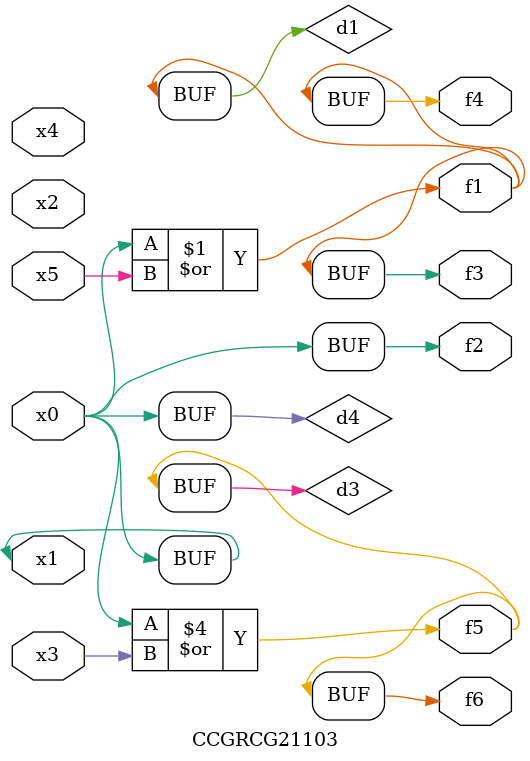
<source format=v>
module CCGRCG21103(
	input x0, x1, x2, x3, x4, x5,
	output f1, f2, f3, f4, f5, f6
);

	wire d1, d2, d3, d4;

	or (d1, x0, x5);
	xnor (d2, x1, x4);
	or (d3, x0, x3);
	buf (d4, x0, x1);
	assign f1 = d1;
	assign f2 = d4;
	assign f3 = d1;
	assign f4 = d1;
	assign f5 = d3;
	assign f6 = d3;
endmodule

</source>
